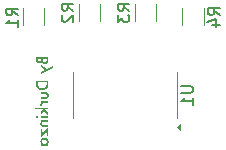
<source format=gbo>
%TF.GenerationSoftware,KiCad,Pcbnew,8.0.4*%
%TF.CreationDate,2024-08-09T22:32:03-04:00*%
%TF.ProjectId,SaintSays,5361696e-7453-4617-9973-2e6b69636164,rev?*%
%TF.SameCoordinates,Original*%
%TF.FileFunction,Legend,Bot*%
%TF.FilePolarity,Positive*%
%FSLAX46Y46*%
G04 Gerber Fmt 4.6, Leading zero omitted, Abs format (unit mm)*
G04 Created by KiCad (PCBNEW 8.0.4) date 2024-08-09 22:32:03*
%MOMM*%
%LPD*%
G01*
G04 APERTURE LIST*
%ADD10C,0.150000*%
%ADD11C,0.120000*%
G04 APERTURE END LIST*
D10*
G36*
X138030000Y-89066120D02*
G01*
X138029511Y-89098973D01*
X138026694Y-89147867D01*
X138020533Y-89197473D01*
X138009972Y-89245882D01*
X137995842Y-89281678D01*
X137968949Y-89326220D01*
X137936210Y-89363852D01*
X137914114Y-89384345D01*
X137872543Y-89413634D01*
X137827280Y-89434554D01*
X137778323Y-89447106D01*
X137725673Y-89451290D01*
X137708106Y-89450855D01*
X137657827Y-89444318D01*
X137606221Y-89427856D01*
X137559099Y-89401709D01*
X137545926Y-89392235D01*
X137507534Y-89356094D01*
X137477633Y-89312941D01*
X137457983Y-89268108D01*
X137452987Y-89273608D01*
X137416110Y-89307218D01*
X137369872Y-89335153D01*
X137319268Y-89351914D01*
X137264298Y-89357501D01*
X137237001Y-89356227D01*
X137186617Y-89347102D01*
X137140467Y-89330879D01*
X137118457Y-89320509D01*
X137075598Y-89293505D01*
X137039351Y-89260293D01*
X137027623Y-89246141D01*
X137000748Y-89201315D01*
X136983663Y-89152826D01*
X136979771Y-89136400D01*
X136971742Y-89084304D01*
X136968324Y-89037299D01*
X137105785Y-89037299D01*
X137107184Y-89065818D01*
X137118381Y-89114819D01*
X137145596Y-89158443D01*
X137164779Y-89174717D01*
X137209767Y-89194336D01*
X137262100Y-89200209D01*
X137290419Y-89198775D01*
X137338916Y-89187303D01*
X137381779Y-89159420D01*
X137403160Y-89129501D01*
X137418364Y-89081507D01*
X137419812Y-89063189D01*
X137561053Y-89063189D01*
X137561755Y-89094200D01*
X137567373Y-89148849D01*
X137580408Y-89198579D01*
X137605994Y-89242463D01*
X137623785Y-89259977D01*
X137667518Y-89285493D01*
X137718346Y-89293998D01*
X137747345Y-89291427D01*
X137795187Y-89273008D01*
X137832407Y-89240265D01*
X137842081Y-89226667D01*
X137862035Y-89180026D01*
X137871104Y-89131775D01*
X137873684Y-89081263D01*
X137873684Y-88982344D01*
X137561053Y-88982344D01*
X137561053Y-89063189D01*
X137419812Y-89063189D01*
X137422323Y-89031437D01*
X137422323Y-88982344D01*
X137105785Y-88982344D01*
X137105785Y-89037299D01*
X136968324Y-89037299D01*
X136968093Y-89034124D01*
X136967055Y-88983810D01*
X136967055Y-88825052D01*
X138030000Y-88825052D01*
X138030000Y-89066120D01*
G37*
G36*
X137901772Y-89834508D02*
G01*
X137357843Y-89535066D01*
X137357843Y-89713363D01*
X137742037Y-89917062D01*
X137357843Y-90107083D01*
X137357843Y-90280739D01*
X138389525Y-89750244D01*
X138389525Y-89574633D01*
X137901772Y-89834508D01*
G37*
G36*
X138030000Y-91062316D02*
G01*
X138029538Y-91101231D01*
X138027113Y-91155324D01*
X138021659Y-91211943D01*
X138013376Y-91261573D01*
X138000446Y-91309734D01*
X137982693Y-91355988D01*
X137959230Y-91401203D01*
X137930058Y-91445381D01*
X137895177Y-91488520D01*
X137855854Y-91528305D01*
X137813600Y-91562785D01*
X137768415Y-91591961D01*
X137720300Y-91615832D01*
X137669253Y-91634398D01*
X137615275Y-91647660D01*
X137558367Y-91655617D01*
X137498527Y-91658269D01*
X137438882Y-91655723D01*
X137382191Y-91648087D01*
X137328454Y-91635360D01*
X137277670Y-91617541D01*
X137229841Y-91594632D01*
X137184965Y-91566632D01*
X137143043Y-91533541D01*
X137104075Y-91495359D01*
X137069637Y-91453929D01*
X137040572Y-91410240D01*
X137016880Y-91364292D01*
X136998562Y-91316085D01*
X136987854Y-91279211D01*
X136978162Y-91230265D01*
X136971485Y-91174939D01*
X136968162Y-91122437D01*
X136967225Y-91074040D01*
X137123370Y-91074040D01*
X137123464Y-91086750D01*
X137125708Y-91135639D01*
X137132720Y-91192359D01*
X137144407Y-91244203D01*
X137160770Y-91291168D01*
X137186576Y-91341088D01*
X137219113Y-91383984D01*
X137246884Y-91411404D01*
X137292391Y-91445679D01*
X137342517Y-91471728D01*
X137397263Y-91489551D01*
X137446413Y-91498120D01*
X137498771Y-91500976D01*
X137530218Y-91499935D01*
X137580119Y-91493573D01*
X137635861Y-91478303D01*
X137687086Y-91454704D01*
X137733795Y-91422776D01*
X137775987Y-91382519D01*
X137805477Y-91345133D01*
X137831636Y-91300869D01*
X137851214Y-91253314D01*
X137857687Y-91230068D01*
X137867342Y-91178281D01*
X137872280Y-91125636D01*
X137873684Y-91074040D01*
X137873684Y-91001744D01*
X137123370Y-91001744D01*
X137123370Y-91074040D01*
X136967225Y-91074040D01*
X136967055Y-91065247D01*
X136967055Y-90844452D01*
X138030000Y-90844452D01*
X138030000Y-91062316D01*
G37*
G36*
X137357843Y-91986531D02*
G01*
X137741304Y-91986531D01*
X137797581Y-91990893D01*
X137848522Y-92007009D01*
X137887334Y-92039966D01*
X137905446Y-92088433D01*
X137906901Y-92110607D01*
X137898977Y-92158952D01*
X137870515Y-92199665D01*
X137821354Y-92224867D01*
X137770898Y-92233591D01*
X137741304Y-92234682D01*
X137357843Y-92234682D01*
X137357843Y-92391974D01*
X137744968Y-92391974D01*
X137797615Y-92389666D01*
X137849124Y-92381880D01*
X137883698Y-92372435D01*
X137930216Y-92348632D01*
X137969566Y-92315280D01*
X137977487Y-92306734D01*
X138007300Y-92265548D01*
X138028595Y-92219173D01*
X138041372Y-92167607D01*
X138045564Y-92118229D01*
X138045631Y-92110851D01*
X138042370Y-92061001D01*
X138030658Y-92008866D01*
X138010428Y-91961892D01*
X137981680Y-91920076D01*
X137977487Y-91915212D01*
X137941860Y-91881309D01*
X137899705Y-91855076D01*
X137883698Y-91848290D01*
X137834184Y-91835267D01*
X137783079Y-91830150D01*
X137744968Y-91829239D01*
X137357843Y-91829239D01*
X137357843Y-91986531D01*
G37*
G36*
X137357843Y-92591277D02*
G01*
X137357843Y-92748569D01*
X137421835Y-92748569D01*
X137387601Y-92783885D01*
X137359797Y-92823796D01*
X137344685Y-92870488D01*
X137342212Y-92903175D01*
X137348540Y-92953475D01*
X137365616Y-93001480D01*
X137380558Y-93030181D01*
X137529790Y-92959839D01*
X137506343Y-92916608D01*
X137498527Y-92874354D01*
X137507561Y-92825342D01*
X137540011Y-92784069D01*
X137587764Y-92760853D01*
X137643077Y-92750534D01*
X137687327Y-92748569D01*
X138030000Y-92748569D01*
X138030000Y-92591277D01*
X137357843Y-92591277D01*
G37*
G36*
X136873265Y-93292742D02*
G01*
X137575219Y-93292742D01*
X137357843Y-93509385D01*
X137357843Y-93716015D01*
X137640188Y-93426831D01*
X138030000Y-93737020D01*
X138030000Y-93537473D01*
X137746434Y-93317411D01*
X137771102Y-93292742D01*
X138030000Y-93292742D01*
X138030000Y-93135450D01*
X136873265Y-93135450D01*
X136873265Y-93292742D01*
G37*
G36*
X137357843Y-93989323D02*
G01*
X138030000Y-93989323D01*
X138030000Y-93832030D01*
X137357843Y-93832030D01*
X137357843Y-93989323D01*
G37*
G36*
X137083314Y-93816399D02*
G01*
X137034297Y-93829231D01*
X137012484Y-93846196D01*
X136986876Y-93888233D01*
X136982686Y-93917759D01*
X136994326Y-93965711D01*
X137012484Y-93989811D01*
X137056417Y-94016088D01*
X137084047Y-94019609D01*
X137132113Y-94007969D01*
X137156099Y-93989811D01*
X137182375Y-93945983D01*
X137185896Y-93918492D01*
X137174352Y-93870445D01*
X137156343Y-93846196D01*
X137113848Y-93820589D01*
X137083314Y-93816399D01*
G37*
G36*
X137357843Y-94179832D02*
G01*
X137357843Y-94337124D01*
X137421102Y-94337124D01*
X137386588Y-94378936D01*
X137361934Y-94423281D01*
X137347142Y-94470160D01*
X137342212Y-94519574D01*
X137346806Y-94574834D01*
X137360591Y-94623621D01*
X137387083Y-94670771D01*
X137415729Y-94701779D01*
X137457159Y-94729052D01*
X137504497Y-94745802D01*
X137554031Y-94754673D01*
X137611139Y-94758144D01*
X137619916Y-94758199D01*
X138030000Y-94758199D01*
X138030000Y-94600907D01*
X137656064Y-94600907D01*
X137605252Y-94598743D01*
X137556268Y-94590221D01*
X137519288Y-94573551D01*
X137489367Y-94533117D01*
X137480979Y-94481185D01*
X137480942Y-94476831D01*
X137488086Y-94425781D01*
X137514479Y-94382110D01*
X137531744Y-94368632D01*
X137579841Y-94349432D01*
X137629753Y-94340847D01*
X137684078Y-94337401D01*
X137706866Y-94337124D01*
X138030000Y-94337124D01*
X138030000Y-94179832D01*
X137357843Y-94179832D01*
G37*
G36*
X137891270Y-95175854D02*
G01*
X137891270Y-95572016D01*
X138030000Y-95572016D01*
X138030000Y-94870795D01*
X137498527Y-95302372D01*
X137498527Y-94962386D01*
X137359797Y-94962386D01*
X137359797Y-95606943D01*
X137891270Y-95175854D01*
G37*
G36*
X137710547Y-95675924D02*
G01*
X137764660Y-95681162D01*
X137815236Y-95692686D01*
X137862273Y-95710494D01*
X137905773Y-95734588D01*
X137945736Y-95764968D01*
X137974514Y-95794365D01*
X138006609Y-95839409D01*
X138029144Y-95888987D01*
X138042119Y-95943099D01*
X138045631Y-95993091D01*
X138045287Y-96006712D01*
X138037021Y-96060072D01*
X138017733Y-96111630D01*
X137991815Y-96155266D01*
X137957459Y-96197522D01*
X138030000Y-96197522D01*
X138030000Y-96347732D01*
X137357843Y-96347732D01*
X137357843Y-96197522D01*
X137436978Y-96197522D01*
X137414767Y-96174067D01*
X137383024Y-96131221D01*
X137360350Y-96086084D01*
X137346746Y-96038657D01*
X137344863Y-96018004D01*
X137480942Y-96018004D01*
X137486738Y-96067439D01*
X137506502Y-96114710D01*
X137540293Y-96154535D01*
X137551940Y-96163920D01*
X137594949Y-96188535D01*
X137644399Y-96202894D01*
X137694410Y-96207048D01*
X137705945Y-96206843D01*
X137759783Y-96199663D01*
X137807229Y-96182227D01*
X137848283Y-96154535D01*
X137881656Y-96114537D01*
X137901177Y-96066746D01*
X137906901Y-96016538D01*
X137900986Y-95969293D01*
X137880815Y-95923493D01*
X137846329Y-95884159D01*
X137834796Y-95874992D01*
X137791824Y-95850950D01*
X137741888Y-95836925D01*
X137690990Y-95832868D01*
X137679929Y-95833074D01*
X137627999Y-95840286D01*
X137581697Y-95857803D01*
X137541025Y-95885624D01*
X137509341Y-95921325D01*
X137488041Y-95966548D01*
X137480942Y-96018004D01*
X137344863Y-96018004D01*
X137342212Y-95988939D01*
X137344650Y-95948051D01*
X137356259Y-95894474D01*
X137377429Y-95845175D01*
X137408158Y-95800153D01*
X137442107Y-95764968D01*
X137454789Y-95754143D01*
X137495169Y-95725859D01*
X137539052Y-95703860D01*
X137586439Y-95688146D01*
X137637330Y-95678718D01*
X137691723Y-95675575D01*
X137710547Y-95675924D01*
G37*
X149234819Y-91313095D02*
X150044342Y-91313095D01*
X150044342Y-91313095D02*
X150139580Y-91360714D01*
X150139580Y-91360714D02*
X150187200Y-91408333D01*
X150187200Y-91408333D02*
X150234819Y-91503571D01*
X150234819Y-91503571D02*
X150234819Y-91694047D01*
X150234819Y-91694047D02*
X150187200Y-91789285D01*
X150187200Y-91789285D02*
X150139580Y-91836904D01*
X150139580Y-91836904D02*
X150044342Y-91884523D01*
X150044342Y-91884523D02*
X149234819Y-91884523D01*
X150234819Y-92884523D02*
X150234819Y-92313095D01*
X150234819Y-92598809D02*
X149234819Y-92598809D01*
X149234819Y-92598809D02*
X149377676Y-92503571D01*
X149377676Y-92503571D02*
X149472914Y-92408333D01*
X149472914Y-92408333D02*
X149520533Y-92313095D01*
X140134819Y-84923333D02*
X139658628Y-84590000D01*
X140134819Y-84351905D02*
X139134819Y-84351905D01*
X139134819Y-84351905D02*
X139134819Y-84732857D01*
X139134819Y-84732857D02*
X139182438Y-84828095D01*
X139182438Y-84828095D02*
X139230057Y-84875714D01*
X139230057Y-84875714D02*
X139325295Y-84923333D01*
X139325295Y-84923333D02*
X139468152Y-84923333D01*
X139468152Y-84923333D02*
X139563390Y-84875714D01*
X139563390Y-84875714D02*
X139611009Y-84828095D01*
X139611009Y-84828095D02*
X139658628Y-84732857D01*
X139658628Y-84732857D02*
X139658628Y-84351905D01*
X139230057Y-85304286D02*
X139182438Y-85351905D01*
X139182438Y-85351905D02*
X139134819Y-85447143D01*
X139134819Y-85447143D02*
X139134819Y-85685238D01*
X139134819Y-85685238D02*
X139182438Y-85780476D01*
X139182438Y-85780476D02*
X139230057Y-85828095D01*
X139230057Y-85828095D02*
X139325295Y-85875714D01*
X139325295Y-85875714D02*
X139420533Y-85875714D01*
X139420533Y-85875714D02*
X139563390Y-85828095D01*
X139563390Y-85828095D02*
X140134819Y-85256667D01*
X140134819Y-85256667D02*
X140134819Y-85875714D01*
X152524819Y-85283333D02*
X152048628Y-84950000D01*
X152524819Y-84711905D02*
X151524819Y-84711905D01*
X151524819Y-84711905D02*
X151524819Y-85092857D01*
X151524819Y-85092857D02*
X151572438Y-85188095D01*
X151572438Y-85188095D02*
X151620057Y-85235714D01*
X151620057Y-85235714D02*
X151715295Y-85283333D01*
X151715295Y-85283333D02*
X151858152Y-85283333D01*
X151858152Y-85283333D02*
X151953390Y-85235714D01*
X151953390Y-85235714D02*
X152001009Y-85188095D01*
X152001009Y-85188095D02*
X152048628Y-85092857D01*
X152048628Y-85092857D02*
X152048628Y-84711905D01*
X151858152Y-86140476D02*
X152524819Y-86140476D01*
X151477200Y-85902381D02*
X152191485Y-85664286D01*
X152191485Y-85664286D02*
X152191485Y-86283333D01*
X144884819Y-84923333D02*
X144408628Y-84590000D01*
X144884819Y-84351905D02*
X143884819Y-84351905D01*
X143884819Y-84351905D02*
X143884819Y-84732857D01*
X143884819Y-84732857D02*
X143932438Y-84828095D01*
X143932438Y-84828095D02*
X143980057Y-84875714D01*
X143980057Y-84875714D02*
X144075295Y-84923333D01*
X144075295Y-84923333D02*
X144218152Y-84923333D01*
X144218152Y-84923333D02*
X144313390Y-84875714D01*
X144313390Y-84875714D02*
X144361009Y-84828095D01*
X144361009Y-84828095D02*
X144408628Y-84732857D01*
X144408628Y-84732857D02*
X144408628Y-84351905D01*
X143884819Y-85256667D02*
X143884819Y-85875714D01*
X143884819Y-85875714D02*
X144265771Y-85542381D01*
X144265771Y-85542381D02*
X144265771Y-85685238D01*
X144265771Y-85685238D02*
X144313390Y-85780476D01*
X144313390Y-85780476D02*
X144361009Y-85828095D01*
X144361009Y-85828095D02*
X144456247Y-85875714D01*
X144456247Y-85875714D02*
X144694342Y-85875714D01*
X144694342Y-85875714D02*
X144789580Y-85828095D01*
X144789580Y-85828095D02*
X144837200Y-85780476D01*
X144837200Y-85780476D02*
X144884819Y-85685238D01*
X144884819Y-85685238D02*
X144884819Y-85399524D01*
X144884819Y-85399524D02*
X144837200Y-85304286D01*
X144837200Y-85304286D02*
X144789580Y-85256667D01*
X135454819Y-85333333D02*
X134978628Y-85000000D01*
X135454819Y-84761905D02*
X134454819Y-84761905D01*
X134454819Y-84761905D02*
X134454819Y-85142857D01*
X134454819Y-85142857D02*
X134502438Y-85238095D01*
X134502438Y-85238095D02*
X134550057Y-85285714D01*
X134550057Y-85285714D02*
X134645295Y-85333333D01*
X134645295Y-85333333D02*
X134788152Y-85333333D01*
X134788152Y-85333333D02*
X134883390Y-85285714D01*
X134883390Y-85285714D02*
X134931009Y-85238095D01*
X134931009Y-85238095D02*
X134978628Y-85142857D01*
X134978628Y-85142857D02*
X134978628Y-84761905D01*
X135454819Y-86285714D02*
X135454819Y-85714286D01*
X135454819Y-86000000D02*
X134454819Y-86000000D01*
X134454819Y-86000000D02*
X134597676Y-85904762D01*
X134597676Y-85904762D02*
X134692914Y-85809524D01*
X134692914Y-85809524D02*
X134740533Y-85714286D01*
D11*
%TO.C,U1*%
X140065000Y-90125000D02*
X140065000Y-92075000D01*
X140065000Y-94025000D02*
X140065000Y-92075000D01*
X148935000Y-90125000D02*
X148935000Y-92075000D01*
X148935000Y-94025000D02*
X148935000Y-92075000D01*
X149200000Y-95015000D02*
X148870000Y-94775000D01*
X149200000Y-94535000D01*
X149200000Y-95015000D01*
G36*
X149200000Y-95015000D02*
G01*
X148870000Y-94775000D01*
X149200000Y-94535000D01*
X149200000Y-95015000D01*
G37*
%TO.C,R2*%
X140590000Y-85817064D02*
X140590000Y-84362936D01*
X142410000Y-85817064D02*
X142410000Y-84362936D01*
%TO.C,R4*%
X149340000Y-84722936D02*
X149340000Y-86177064D01*
X151160000Y-84722936D02*
X151160000Y-86177064D01*
%TO.C,R3*%
X145340000Y-85817064D02*
X145340000Y-84362936D01*
X147160000Y-85817064D02*
X147160000Y-84362936D01*
%TO.C,R1*%
X135840000Y-84722936D02*
X135840000Y-86177064D01*
X137660000Y-84722936D02*
X137660000Y-86177064D01*
%TD*%
M02*

</source>
